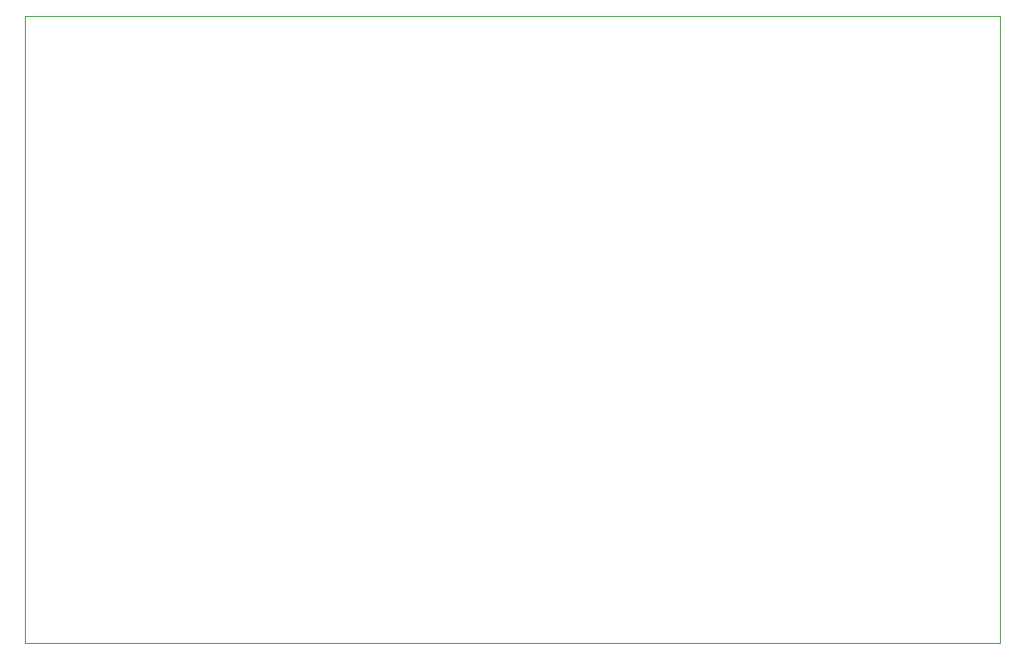
<source format=gbr>
%TF.GenerationSoftware,KiCad,Pcbnew,(5.1.9)-1*%
%TF.CreationDate,2022-04-17T16:33:26-05:00*%
%TF.ProjectId,reflow-oven-nano-shield,7265666c-6f77-42d6-9f76-656e2d6e616e,rev?*%
%TF.SameCoordinates,Original*%
%TF.FileFunction,Profile,NP*%
%FSLAX46Y46*%
G04 Gerber Fmt 4.6, Leading zero omitted, Abs format (unit mm)*
G04 Created by KiCad (PCBNEW (5.1.9)-1) date 2022-04-17 16:33:26*
%MOMM*%
%LPD*%
G01*
G04 APERTURE LIST*
%TA.AperFunction,Profile*%
%ADD10C,0.050000*%
%TD*%
G04 APERTURE END LIST*
D10*
X88900000Y-43180000D02*
X181610000Y-43180000D01*
X88900000Y-102870000D02*
X181610000Y-102870000D01*
X181610000Y-102870000D02*
X181610000Y-43180000D01*
X88900000Y-102870000D02*
X88900000Y-43180000D01*
M02*

</source>
